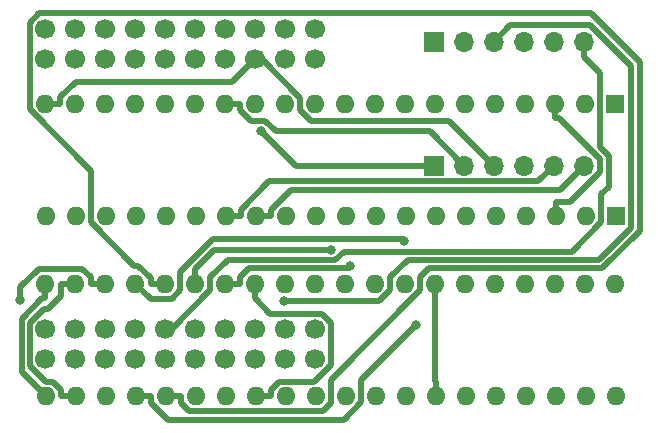
<source format=gtl>
G04 #@! TF.GenerationSoftware,KiCad,Pcbnew,(5.1.6)-1*
G04 #@! TF.CreationDate,2021-12-03T11:20:38+02:00*
G04 #@! TF.ProjectId,df_stacked,64665f73-7461-4636-9b65-642e6b696361,rev?*
G04 #@! TF.SameCoordinates,Original*
G04 #@! TF.FileFunction,Copper,L1,Top*
G04 #@! TF.FilePolarity,Positive*
%FSLAX46Y46*%
G04 Gerber Fmt 4.6, Leading zero omitted, Abs format (unit mm)*
G04 Created by KiCad (PCBNEW (5.1.6)-1) date 2021-12-03 11:20:38*
%MOMM*%
%LPD*%
G01*
G04 APERTURE LIST*
G04 #@! TA.AperFunction,ComponentPad*
%ADD10C,1.700000*%
G04 #@! TD*
G04 #@! TA.AperFunction,ComponentPad*
%ADD11O,1.600000X1.600000*%
G04 #@! TD*
G04 #@! TA.AperFunction,ComponentPad*
%ADD12R,1.600000X1.600000*%
G04 #@! TD*
G04 #@! TA.AperFunction,ComponentPad*
%ADD13O,1.700000X1.700000*%
G04 #@! TD*
G04 #@! TA.AperFunction,ComponentPad*
%ADD14R,1.700000X1.700000*%
G04 #@! TD*
G04 #@! TA.AperFunction,ViaPad*
%ADD15C,0.800000*%
G04 #@! TD*
G04 #@! TA.AperFunction,Conductor*
%ADD16C,0.500000*%
G04 #@! TD*
G04 APERTURE END LIST*
D10*
X152070000Y-110330000D03*
X152070000Y-112870000D03*
X154610000Y-112870000D03*
X154610000Y-110330000D03*
X157150000Y-112870000D03*
X157150000Y-110330000D03*
X159690000Y-112870000D03*
X159690000Y-110330000D03*
X162230000Y-112870000D03*
X162230000Y-110330000D03*
X164770000Y-112870000D03*
X164770000Y-110330000D03*
X167310000Y-112870000D03*
X167310000Y-110330000D03*
X169850000Y-112870000D03*
X169850000Y-110330000D03*
X172390000Y-112870000D03*
X172390000Y-110330000D03*
X174930000Y-112870000D03*
X174930000Y-110330000D03*
X152070000Y-87470000D03*
X152070000Y-84930000D03*
X154610000Y-87470000D03*
X154610000Y-84930000D03*
X157150000Y-87470000D03*
X157150000Y-84930000D03*
X159690000Y-87470000D03*
X159690000Y-84930000D03*
X162230000Y-87470000D03*
X162230000Y-84930000D03*
X164770000Y-87470000D03*
X164770000Y-84930000D03*
X167310000Y-87470000D03*
X167310000Y-84930000D03*
X169850000Y-87470000D03*
X169850000Y-84930000D03*
X172390000Y-87470000D03*
X172390000Y-84930000D03*
X174930000Y-87470000D03*
X174930000Y-84930000D03*
D11*
X200340000Y-106500000D03*
X152080000Y-91260000D03*
X197800000Y-106500000D03*
X154620000Y-91260000D03*
X195260000Y-106500000D03*
X157160000Y-91260000D03*
X192720000Y-106500000D03*
X159700000Y-91260000D03*
X190180000Y-106500000D03*
X162240000Y-91260000D03*
X187640000Y-106500000D03*
X164780000Y-91260000D03*
X185100000Y-106500000D03*
X167320000Y-91260000D03*
X182560000Y-106500000D03*
X169860000Y-91260000D03*
X180020000Y-106500000D03*
X172400000Y-91260000D03*
X177480000Y-106500000D03*
X174940000Y-91260000D03*
X174940000Y-106500000D03*
X177480000Y-91260000D03*
X172400000Y-106500000D03*
X180020000Y-91260000D03*
X169860000Y-106500000D03*
X182560000Y-91260000D03*
X167320000Y-106500000D03*
X185100000Y-91260000D03*
X164780000Y-106500000D03*
X187640000Y-91260000D03*
X162240000Y-106500000D03*
X190180000Y-91260000D03*
X159700000Y-106500000D03*
X192720000Y-91260000D03*
X157160000Y-106500000D03*
X195260000Y-91260000D03*
X154620000Y-106500000D03*
X197800000Y-91260000D03*
X152080000Y-106500000D03*
D12*
X200340000Y-91260000D03*
D11*
X200400000Y-116040000D03*
X152140000Y-100800000D03*
X197860000Y-116040000D03*
X154680000Y-100800000D03*
X195320000Y-116040000D03*
X157220000Y-100800000D03*
X192780000Y-116040000D03*
X159760000Y-100800000D03*
X190240000Y-116040000D03*
X162300000Y-100800000D03*
X187700000Y-116040000D03*
X164840000Y-100800000D03*
X185160000Y-116040000D03*
X167380000Y-100800000D03*
X182620000Y-116040000D03*
X169920000Y-100800000D03*
X180080000Y-116040000D03*
X172460000Y-100800000D03*
X177540000Y-116040000D03*
X175000000Y-100800000D03*
X175000000Y-116040000D03*
X177540000Y-100800000D03*
X172460000Y-116040000D03*
X180080000Y-100800000D03*
X169920000Y-116040000D03*
X182620000Y-100800000D03*
X167380000Y-116040000D03*
X185160000Y-100800000D03*
X164840000Y-116040000D03*
X187700000Y-100800000D03*
X162300000Y-116040000D03*
X190240000Y-100800000D03*
X159760000Y-116040000D03*
X192780000Y-100800000D03*
X157220000Y-116040000D03*
X195320000Y-100800000D03*
X154680000Y-116040000D03*
X197860000Y-100800000D03*
X152140000Y-116040000D03*
D12*
X200400000Y-100800000D03*
D13*
X195160000Y-96500000D03*
X197700000Y-96500000D03*
X192620000Y-96500000D03*
D14*
X185000000Y-96500000D03*
D13*
X190080000Y-96500000D03*
X187540000Y-96500000D03*
X197700000Y-86000000D03*
X195160000Y-86000000D03*
X192620000Y-86000000D03*
X190080000Y-86000000D03*
X187540000Y-86000000D03*
D14*
X185000000Y-86000000D03*
D15*
X172258400Y-107921600D03*
X170328400Y-93531600D03*
X177841400Y-105030000D03*
X176256200Y-103654700D03*
X182414700Y-102916400D03*
X183446800Y-109980500D03*
X149965000Y-107877900D03*
D16*
X190080000Y-86000000D02*
X191443700Y-84636300D01*
X191443700Y-84636300D02*
X198218000Y-84636300D01*
X198218000Y-84636300D02*
X201687200Y-88105500D01*
X201687200Y-88105500D02*
X201687200Y-101754400D01*
X201687200Y-101754400D02*
X198958800Y-104482800D01*
X198958800Y-104482800D02*
X182743800Y-104482800D01*
X182743800Y-104482800D02*
X181290000Y-105936600D01*
X181290000Y-105936600D02*
X181290000Y-106999400D01*
X181290000Y-106999400D02*
X180367800Y-107921600D01*
X180367800Y-107921600D02*
X172258400Y-107921600D01*
X169850000Y-87470000D02*
X167914700Y-89405300D01*
X167914700Y-89405300D02*
X154641100Y-89405300D01*
X154641100Y-89405300D02*
X153330300Y-90716100D01*
X153330300Y-90716100D02*
X153330300Y-91260000D01*
X190080000Y-96500000D02*
X186281100Y-92701100D01*
X186281100Y-92701100D02*
X174546700Y-92701100D01*
X174546700Y-92701100D02*
X173670000Y-91824400D01*
X173670000Y-91824400D02*
X173670000Y-90743400D01*
X173670000Y-90743400D02*
X170396600Y-87470000D01*
X170396600Y-87470000D02*
X169850000Y-87470000D01*
X152080000Y-91260000D02*
X153330300Y-91260000D01*
X195160000Y-96500000D02*
X193827200Y-97832800D01*
X193827200Y-97832800D02*
X171053600Y-97832800D01*
X171053600Y-97832800D02*
X168630300Y-100256100D01*
X168630300Y-100256100D02*
X168630300Y-100800000D01*
X167380000Y-100800000D02*
X168630300Y-100800000D01*
X197700000Y-96500000D02*
X195643800Y-98556200D01*
X195643800Y-98556200D02*
X172870200Y-98556200D01*
X172870200Y-98556200D02*
X171170300Y-100256100D01*
X171170300Y-100256100D02*
X171170300Y-100800000D01*
X169920000Y-100800000D02*
X171170300Y-100800000D01*
X185000000Y-96500000D02*
X173296800Y-96500000D01*
X173296800Y-96500000D02*
X170328400Y-93531600D01*
X187540000Y-96500000D02*
X184633900Y-93593900D01*
X184633900Y-93593900D02*
X171593300Y-93593900D01*
X171593300Y-93593900D02*
X170680700Y-92681300D01*
X170680700Y-92681300D02*
X169447700Y-92681300D01*
X169447700Y-92681300D02*
X168570300Y-91803900D01*
X168570300Y-91803900D02*
X168570300Y-91260000D01*
X167320000Y-91260000D02*
X168570300Y-91260000D01*
X185160000Y-116040000D02*
X185160000Y-114789700D01*
X185160000Y-114789700D02*
X185100000Y-114729700D01*
X185100000Y-114729700D02*
X185100000Y-106500000D01*
X169860000Y-106500000D02*
X169860000Y-107750300D01*
X169920000Y-116040000D02*
X171170300Y-116040000D01*
X171170300Y-116040000D02*
X171170300Y-115492900D01*
X171170300Y-115492900D02*
X171873500Y-114789700D01*
X171873500Y-114789700D02*
X174853100Y-114789700D01*
X174853100Y-114789700D02*
X176260500Y-113382300D01*
X176260500Y-113382300D02*
X176260500Y-109811300D01*
X176260500Y-109811300D02*
X175478800Y-109029600D01*
X175478800Y-109029600D02*
X171139300Y-109029600D01*
X171139300Y-109029600D02*
X169860000Y-107750300D01*
X168570300Y-106500000D02*
X168570300Y-105956100D01*
X168570300Y-105956100D02*
X169321100Y-105205300D01*
X169321100Y-105205300D02*
X177666100Y-105205300D01*
X177666100Y-105205300D02*
X177841400Y-105030000D01*
X167320000Y-106500000D02*
X168570300Y-106500000D01*
X164780000Y-106500000D02*
X164780000Y-105249700D01*
X176256200Y-103654700D02*
X166375000Y-103654700D01*
X166375000Y-103654700D02*
X164780000Y-105249700D01*
X162240000Y-106500000D02*
X160989700Y-106500000D01*
X162300000Y-116040000D02*
X163550300Y-116040000D01*
X163550300Y-116040000D02*
X163550300Y-116587000D01*
X163550300Y-116587000D02*
X164263700Y-117300400D01*
X164263700Y-117300400D02*
X175550000Y-117300400D01*
X175550000Y-117300400D02*
X176250400Y-116600000D01*
X176250400Y-116600000D02*
X176250400Y-114609800D01*
X176250400Y-114609800D02*
X183810400Y-107049800D01*
X183810400Y-107049800D02*
X183810400Y-105970600D01*
X183810400Y-105970600D02*
X184597900Y-105183100D01*
X184597900Y-105183100D02*
X199249000Y-105183100D01*
X199249000Y-105183100D02*
X202388400Y-102043700D01*
X202388400Y-102043700D02*
X202388400Y-87717600D01*
X202388400Y-87717600D02*
X198264800Y-83594000D01*
X198264800Y-83594000D02*
X151540500Y-83594000D01*
X151540500Y-83594000D02*
X150736400Y-84398100D01*
X150736400Y-84398100D02*
X150736400Y-91744100D01*
X150736400Y-91744100D02*
X155950000Y-96957700D01*
X155950000Y-96957700D02*
X155950000Y-101309100D01*
X155950000Y-101309100D02*
X159610500Y-104969600D01*
X159610500Y-104969600D02*
X159963300Y-104969600D01*
X159963300Y-104969600D02*
X160989700Y-105996000D01*
X160989700Y-105996000D02*
X160989700Y-106500000D01*
X159760000Y-116040000D02*
X161010300Y-116040000D01*
X161010300Y-116040000D02*
X161010300Y-116587000D01*
X161010300Y-116587000D02*
X162437700Y-118014400D01*
X162437700Y-118014400D02*
X177336500Y-118014400D01*
X177336500Y-118014400D02*
X178810000Y-116540900D01*
X178810000Y-116540900D02*
X178810000Y-114617300D01*
X178810000Y-114617300D02*
X183446800Y-109980500D01*
X182414700Y-102916400D02*
X182249200Y-102750900D01*
X182249200Y-102750900D02*
X166263600Y-102750900D01*
X166263600Y-102750900D02*
X163510000Y-105504500D01*
X163510000Y-105504500D02*
X163510000Y-107052800D01*
X163510000Y-107052800D02*
X162775500Y-107787300D01*
X162775500Y-107787300D02*
X160987300Y-107787300D01*
X160987300Y-107787300D02*
X159700000Y-106500000D01*
X155909700Y-106500000D02*
X155909700Y-105956100D01*
X155909700Y-105956100D02*
X155197600Y-105244000D01*
X155197600Y-105244000D02*
X151529500Y-105244000D01*
X151529500Y-105244000D02*
X149965000Y-106808500D01*
X149965000Y-106808500D02*
X149965000Y-107877900D01*
X157160000Y-106500000D02*
X155909700Y-106500000D01*
X195320000Y-100800000D02*
X195320000Y-99549700D01*
X195260000Y-91260000D02*
X195260000Y-92510300D01*
X195260000Y-92510300D02*
X195572600Y-92510300D01*
X195572600Y-92510300D02*
X199017300Y-95955000D01*
X199017300Y-95955000D02*
X199017300Y-97031000D01*
X199017300Y-97031000D02*
X196498600Y-99549700D01*
X196498600Y-99549700D02*
X195320000Y-99549700D01*
X154620000Y-106500000D02*
X153369700Y-106500000D01*
X154680000Y-116040000D02*
X153429700Y-116040000D01*
X153429700Y-116040000D02*
X153429700Y-115492900D01*
X153429700Y-115492900D02*
X152726500Y-114789700D01*
X152726500Y-114789700D02*
X152132400Y-114789700D01*
X152132400Y-114789700D02*
X150766400Y-113423700D01*
X150766400Y-113423700D02*
X150766400Y-109787300D01*
X150766400Y-109787300D02*
X151932800Y-108620900D01*
X151932800Y-108620900D02*
X152279900Y-108620900D01*
X152279900Y-108620900D02*
X153369700Y-107531100D01*
X153369700Y-107531100D02*
X153369700Y-106500000D01*
X152080000Y-106500000D02*
X152080000Y-107750300D01*
X152140000Y-116040000D02*
X150064700Y-113964700D01*
X150064700Y-113964700D02*
X150064700Y-109471600D01*
X150064700Y-109471600D02*
X151786000Y-107750300D01*
X151786000Y-107750300D02*
X152080000Y-107750300D01*
X197700000Y-87300300D02*
X199050400Y-88650700D01*
X199050400Y-88650700D02*
X199050400Y-94926200D01*
X199050400Y-94926200D02*
X199771800Y-95647600D01*
X199771800Y-95647600D02*
X199771800Y-98271300D01*
X199771800Y-98271300D02*
X199149600Y-98893500D01*
X199149600Y-98893500D02*
X199149600Y-101282800D01*
X199149600Y-101282800D02*
X196649900Y-103782500D01*
X196649900Y-103782500D02*
X177331000Y-103782500D01*
X177331000Y-103782500D02*
X176608500Y-104505000D01*
X176608500Y-104505000D02*
X167516300Y-104505000D01*
X167516300Y-104505000D02*
X166050000Y-105971300D01*
X166050000Y-105971300D02*
X166050000Y-107056000D01*
X166050000Y-107056000D02*
X162776000Y-110330000D01*
X162776000Y-110330000D02*
X162230000Y-110330000D01*
X197700000Y-86000000D02*
X197700000Y-87300300D01*
M02*

</source>
